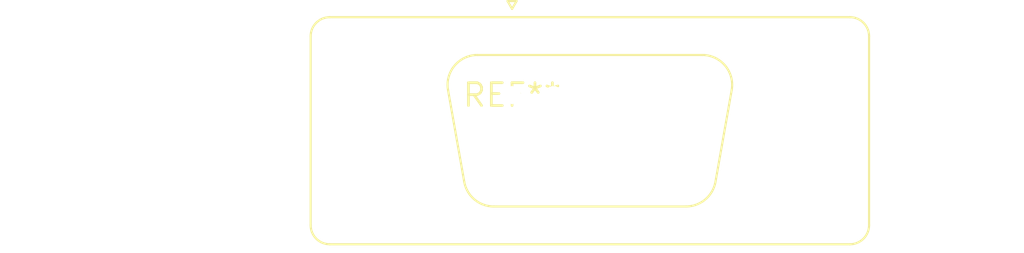
<source format=kicad_pcb>
(kicad_pcb (version 20240108) (generator pcbnew)
  (layers (0 "F.Cu" signal) (31 "B.Cu" signal) (34 "B.Paste" user) (35 "F.Paste" user) (36 "B.SilkS" user "B.Silkscreen") (37 "F.SilkS" user "F.Silkscreen") (38 "B.Mask" user) (39 "F.Mask" user) (44 "Edge.Cuts" user))
  (net 0 "")
  (footprint "DSUB-15-HD_Male_Vertical_P2.29x1.98mm_MountingHoles" (layer "F.Cu") (at 0 0)
    (property "Reference" "REF**")
    (property "Value" "DSUB-15-HD_Male_Vertical_P2.29x1.98mm_MountingHoles")
    (fp_line (start -11.17 7.23) (end -11.17 -3.27) (layer "F.SilkS") (stroke (width 0.12)))
    (fp_line (start -10.11 -4.33) (end 18.74 -4.33) (layer "F.SilkS") (stroke (width 0.12)))
    (fp_line (start -3.55147 -0.281744) (end -2.652202 4.818256) (layer "F.SilkS") (stroke (width 0.12)))
    (fp_line (start -1.916689 -2.23) (end 10.546689 -2.23) (layer "F.SilkS") (stroke (width 0.12)))
    (fp_line (start -1.017421 6.19) (end 9.647421 6.19) (layer "F.SilkS") (stroke (width 0.12)))
    (fp_line (start -0.25 -5.224338) (end 0.25 -5.224338) (layer "F.SilkS") (stroke (width 0.12)))
    (fp_line (start 0 -4.791325) (end -0.25 -5.224338) (layer "F.SilkS") (stroke (width 0.12)))
    (fp_line (start 0.25 -5.224338) (end 0 -4.791325) (layer "F.SilkS") (stroke (width 0.12)))
    (fp_line (start 12.18147 -0.281744) (end 11.282202 4.818256) (layer "F.SilkS") (stroke (width 0.12)))
    (fp_line (start 18.74 8.29) (end -10.11 8.29) (layer "F.SilkS") (stroke (width 0.12)))
    (fp_line (start 19.8 -3.27) (end 19.8 7.23) (layer "F.SilkS") (stroke (width 0.12)))
    (fp_arc (start -11.17 -3.27) (mid -10.859533 -4.019533) (end -10.11 -4.33) (layer "F.SilkS") (stroke (width 0.12)))
    (fp_arc (start -10.11 8.29) (mid -10.859533 7.979533) (end -11.17 7.23) (layer "F.SilkS") (stroke (width 0.12)))
    (fp_arc (start -3.55147 -0.281744) (mid -3.188323 -1.637028) (end -1.916689 -2.23) (layer "F.SilkS") (stroke (width 0.12)))
    (fp_arc (start -1.017421 6.19) (mid -2.084448 5.801634) (end -2.652202 4.818256) (layer "F.SilkS") (stroke (width 0.12)))
    (fp_arc (start 10.546689 -2.23) (mid 11.818323 -1.637027) (end 12.18147 -0.281744) (layer "F.SilkS") (stroke (width 0.12)))
    (fp_arc (start 11.282202 4.818256) (mid 10.714449 5.801634) (end 9.647421 6.19) (layer "F.SilkS") (stroke (width 0.12)))
    (fp_arc (start 18.74 -4.33) (mid 19.489533 -4.019533) (end 19.8 -3.27) (layer "F.SilkS") (stroke (width 0.12)))
    (fp_arc (start 19.8 7.23) (mid 19.489533 7.979533) (end 18.74 8.29) (layer "F.SilkS") (stroke (width 0.12)))
    (pad "0" thru_hole circle (at -8.185 1.98) (size 4 4) (drill 3.2) (layers *.Cu *.Mask) (remove_unused_layers))
    (pad "0" thru_hole circle (at 16.815 1.98) (size 4 4) (drill 3.2) (layers *.Cu *.Mask) (remove_unused_layers))
    (pad "1" thru_hole rect (at 0 0) (size 1.6 1.6) (drill 1) (layers *.Cu *.Mask) (remove_unused_layers))
    (pad "2" thru_hole circle (at 2.29 0) (size 1.6 1.6) (drill 1) (layers *.Cu *.Mask) (remove_unused_layers))
    (pad "3" thru_hole circle (at 4.58 0) (size 1.6 1.6) (drill 1) (layers *.Cu *.Mask) (remove_unused_layers))
    (pad "4" thru_hole circle (at 6.87 0) (size 1.6 1.6) (drill 1) (layers *.Cu *.Mask) (remove_unused_layers))
    (pad "5" thru_hole circle (at 9.16 0) (size 1.6 1.6) (drill 1) (layers *.Cu *.Mask) (remove_unused_layers))
    (pad "6" thru_hole circle (at -1.145 1.98) (size 1.6 1.6) (drill 1) (layers *.Cu *.Mask) (remove_unused_layers))
    (pad "7" thru_hole circle (at 1.145 1.98) (size 1.6 1.6) (drill 1) (layers *.Cu *.Mask) (remove_unused_layers))
    (pad "8" thru_hole circle (at 3.435 1.98) (size 1.6 1.6) (drill 1) (layers *.Cu *.Mask) (remove_unused_layers))
    (pad "9" thru_hole circle (at 5.725 1.98) (size 1.6 1.6) (drill 1) (layers *.Cu *.Mask) (remove_unused_layers))
    (pad "10" thru_hole circle (at 8.015 1.98) (size 1.6 1.6) (drill 1) (layers *.Cu *.Mask) (remove_unused_layers))
    (pad "11" thru_hole circle (at 0 3.96) (size 1.6 1.6) (drill 1) (layers *.Cu *.Mask) (remove_unused_layers))
    (pad "12" thru_hole circle (at 2.29 3.96) (size 1.6 1.6) (drill 1) (layers *.Cu *.Mask) (remove_unused_layers))
    (pad "13" thru_hole circle (at 4.58 3.96) (size 1.6 1.6) (drill 1) (layers *.Cu *.Mask) (remove_unused_layers))
    (pad "14" thru_hole circle (at 6.87 3.96) (size 1.6 1.6) (drill 1) (layers *.Cu *.Mask) (remove_unused_layers))
    (pad "15" thru_hole circle (at 9.16 3.96) (size 1.6 1.6) (drill 1) (layers *.Cu *.Mask) (remove_unused_layers))
  )
)
</source>
